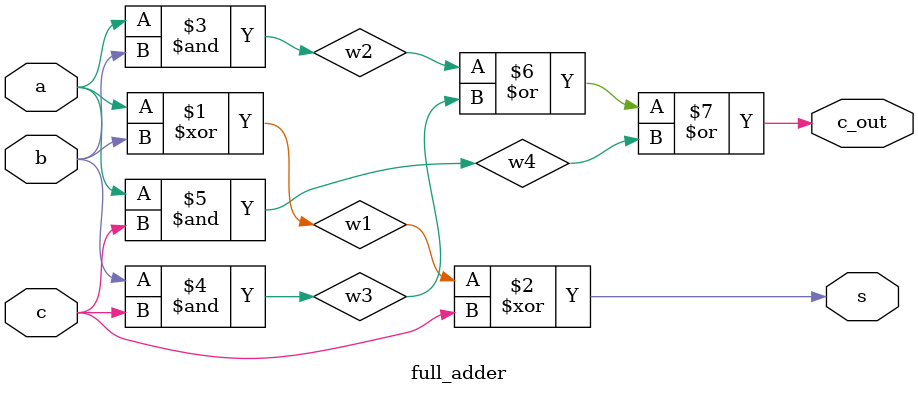
<source format=v>
`timescale 1ns / 1ps


module full_adder(a,b,c,s,c_out);
input a,b,c;
output s,c_out;
wire w1,w2,w3,w4;
// for sum
assign w1=a^b;
assign s=w1^c;
// for carry
assign w2=a&b;
assign w3=b&c;
assign w4=a&c;
assign c_out=w2|w3|w4;
endmodule

</source>
